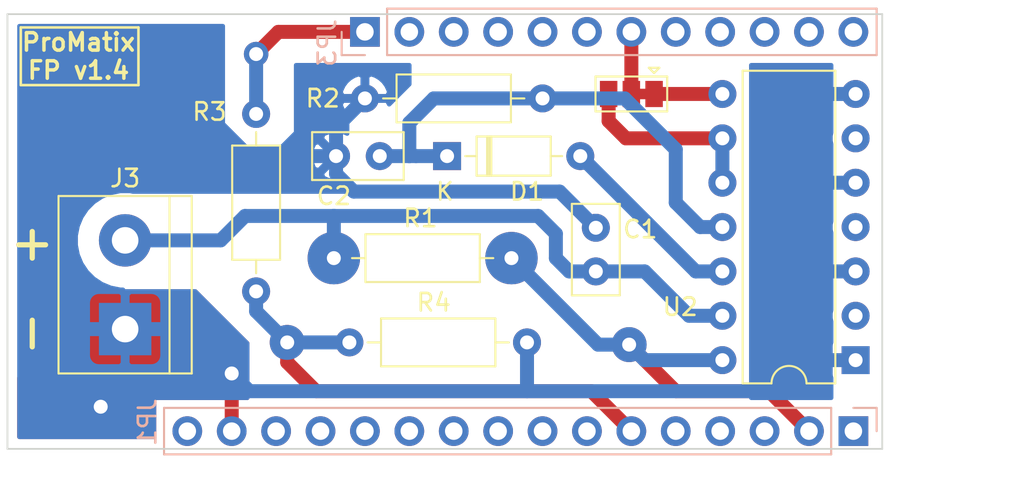
<source format=kicad_pcb>
(kicad_pcb (version 20171130) (host pcbnew "(5.1.5)-3")

  (general
    (thickness 1.6)
    (drawings 16)
    (tracks 83)
    (zones 0)
    (modules 12)
    (nets 11)
  )

  (page A4 portrait)
  (title_block
    (title "Filtro de pulsos")
    (date 2020-09-24)
    (rev 1.1)
    (company Promatix)
  )

  (layers
    (0 F.Cu signal)
    (31 B.Cu signal)
    (32 B.Adhes user hide)
    (33 F.Adhes user hide)
    (34 B.Paste user hide)
    (35 F.Paste user hide)
    (36 B.SilkS user hide)
    (37 F.SilkS user)
    (38 B.Mask user hide)
    (39 F.Mask user hide)
    (40 Dwgs.User user)
    (41 Cmts.User user)
    (42 Eco1.User user)
    (43 Eco2.User user)
    (44 Edge.Cuts user)
    (45 Margin user hide)
    (46 B.CrtYd user)
    (47 F.CrtYd user)
    (48 B.Fab user)
    (49 F.Fab user)
  )

  (setup
    (last_trace_width 0.8)
    (user_trace_width 0.5)
    (user_trace_width 0.8)
    (trace_clearance 0.4)
    (zone_clearance 0.508)
    (zone_45_only no)
    (trace_min 0.2)
    (via_size 1.4)
    (via_drill 0.8)
    (via_min_size 0.4)
    (via_min_drill 0.3)
    (uvia_size 0.3)
    (uvia_drill 0.1)
    (uvias_allowed no)
    (uvia_min_size 0.2)
    (uvia_min_drill 0.1)
    (edge_width 0.15)
    (segment_width 0.2)
    (pcb_text_width 0.3)
    (pcb_text_size 1.5 1.5)
    (mod_edge_width 0.15)
    (mod_text_size 1 1)
    (mod_text_width 0.15)
    (pad_size 1.7 1.7)
    (pad_drill 1)
    (pad_to_mask_clearance 0.051)
    (solder_mask_min_width 0.25)
    (aux_axis_origin 0 0)
    (visible_elements 7FFDFFFF)
    (pcbplotparams
      (layerselection 0x010fc_ffffffff)
      (usegerberextensions false)
      (usegerberattributes false)
      (usegerberadvancedattributes false)
      (creategerberjobfile false)
      (excludeedgelayer true)
      (linewidth 0.100000)
      (plotframeref false)
      (viasonmask false)
      (mode 1)
      (useauxorigin false)
      (hpglpennumber 1)
      (hpglpenspeed 20)
      (hpglpendiameter 15.000000)
      (psnegative false)
      (psa4output false)
      (plotreference true)
      (plotvalue true)
      (plotinvisibletext false)
      (padsonsilk false)
      (subtractmaskfromsilk false)
      (outputformat 4)
      (mirror false)
      (drillshape 0)
      (scaleselection 1)
      (outputdirectory "gerbers/"))
  )

  (net 0 "")
  (net 1 GND)
  (net 2 "Net-(D1-Pad2)")
  (net 3 "Net-(P1-Pad1)")
  (net 4 "Net-(P1-Pad3)")
  (net 5 /+3.3V)
  (net 6 /SPI_MISO)
  (net 7 /VBAT)
  (net 8 /SPI_MOSI)
  (net 9 /Pulse)
  (net 10 "Net-(C2-Pad1)")

  (net_class Default "This is the default net class."
    (clearance 0.4)
    (trace_width 0.8)
    (via_dia 1.4)
    (via_drill 0.8)
    (uvia_dia 0.3)
    (uvia_drill 0.1)
    (add_net /+3.3V)
    (add_net /Pulse)
    (add_net /SPI_MISO)
    (add_net /SPI_MOSI)
    (add_net /VBAT)
    (add_net GND)
    (add_net "Net-(C2-Pad1)")
    (add_net "Net-(D1-Pad2)")
    (add_net "Net-(P1-Pad1)")
    (add_net "Net-(P1-Pad3)")
  )

  (net_class fina ""
    (clearance 0.4)
    (trace_width 0.7)
    (via_dia 1.4)
    (via_drill 0.8)
    (uvia_dia 0.3)
    (uvia_drill 0.1)
  )

  (module Connector_PinSocket_2.54mm:PinSocket_1x16_P2.54mm_Vertical locked (layer B.Cu) (tedit 5FA20C43) (tstamp 5F6D739C)
    (at 122.428 145.542 90)
    (descr "Through hole straight socket strip, 1x16, 2.54mm pitch, single row (from Kicad 4.0.7), script generated")
    (tags "Through hole socket strip THT 1x16 2.54mm single row")
    (path /5D375CC4)
    (fp_text reference JP1 (at 0.508 -40.386 270) (layer B.SilkS)
      (effects (font (size 1 1) (thickness 0.15)) (justify mirror))
    )
    (fp_text value "Feather long" (at 0 -40.87 -90) (layer B.Fab)
      (effects (font (size 1 1) (thickness 0.15)) (justify mirror))
    )
    (fp_line (start -1.27 1.27) (end 0.635 1.27) (layer B.Fab) (width 0.1))
    (fp_line (start 0.635 1.27) (end 1.27 0.635) (layer B.Fab) (width 0.1))
    (fp_line (start 1.27 0.635) (end 1.27 -39.37) (layer B.Fab) (width 0.1))
    (fp_line (start 1.27 -39.37) (end -1.27 -39.37) (layer B.Fab) (width 0.1))
    (fp_line (start -1.27 -39.37) (end -1.27 1.27) (layer B.Fab) (width 0.1))
    (fp_line (start -1.33 -1.27) (end 1.33 -1.27) (layer B.SilkS) (width 0.12))
    (fp_line (start -1.33 -1.27) (end -1.33 -39.43) (layer B.SilkS) (width 0.12))
    (fp_line (start -1.33 -39.43) (end 1.33 -39.43) (layer B.SilkS) (width 0.12))
    (fp_line (start 1.33 -1.27) (end 1.33 -39.43) (layer B.SilkS) (width 0.12))
    (fp_line (start 1.33 1.33) (end 1.33 0) (layer B.SilkS) (width 0.12))
    (fp_line (start 0 1.33) (end 1.33 1.33) (layer B.SilkS) (width 0.12))
    (fp_line (start -1.8 1.8) (end 1.75 1.8) (layer B.CrtYd) (width 0.05))
    (fp_line (start 1.75 1.8) (end 1.75 -39.9) (layer B.CrtYd) (width 0.05))
    (fp_line (start 1.75 -39.9) (end -1.8 -39.9) (layer B.CrtYd) (width 0.05))
    (fp_line (start -1.8 -39.9) (end -1.8 1.8) (layer B.CrtYd) (width 0.05))
    (fp_text user %R (at 0 -19.05 180) (layer B.Fab)
      (effects (font (size 1 1) (thickness 0.15)) (justify mirror))
    )
    (pad 1 thru_hole rect (at 0 0 90) (size 1.7 1.7) (drill 1) (layers *.Mask F.Cu))
    (pad 2 thru_hole oval (at 0 -2.54 90) (size 1.7 1.7) (drill 1) (layers *.Mask F.Cu)
      (net 5 /+3.3V))
    (pad 3 thru_hole oval (at 0 -5.08 90) (size 1.7 1.7) (drill 1) (layers *.Mask F.Cu))
    (pad 4 thru_hole oval (at 0 -7.62 90) (size 1.7 1.7) (drill 1) (layers *.Mask F.Cu))
    (pad 5 thru_hole oval (at 0 -10.16 90) (size 1.7 1.7) (drill 1) (layers *.Mask F.Cu))
    (pad 6 thru_hole oval (at 0 -12.7 90) (size 1.7 1.7) (drill 1) (layers *.Mask F.Cu)
      (net 6 /SPI_MISO))
    (pad 7 thru_hole oval (at 0 -15.24 90) (size 1.7 1.7) (drill 1) (layers *.Mask F.Cu))
    (pad 8 thru_hole oval (at 0 -17.78 90) (size 1.7 1.7) (drill 1) (layers *.Mask F.Cu))
    (pad 9 thru_hole oval (at 0 -20.32 90) (size 1.7 1.7) (drill 1) (layers *.Mask F.Cu))
    (pad 10 thru_hole oval (at 0 -22.86 90) (size 1.7 1.7) (drill 1) (layers *.Mask F.Cu))
    (pad 11 thru_hole oval (at 0 -25.4 90) (size 1.7 1.7) (drill 1) (layers *.Mask F.Cu))
    (pad 12 thru_hole oval (at 0 -27.94 90) (size 1.7 1.7) (drill 1) (layers *.Mask F.Cu))
    (pad 13 thru_hole oval (at 0 -30.48 90) (size 1.7 1.7) (drill 1) (layers *.Mask F.Cu))
    (pad 14 thru_hole oval (at 0 -33.02 90) (size 1.7 1.7) (drill 1) (layers *.Mask F.Cu))
    (pad 15 thru_hole oval (at 0 -35.56 90) (size 1.7 1.7) (drill 1) (layers *.Mask F.Cu)
      (net 1 GND))
    (pad 16 thru_hole oval (at 0 -38.1 90) (size 1.7 1.7) (drill 1) (layers *.Mask F.Cu))
    (model ${KISYS3DMOD}/Connector_PinSocket_2.54mm.3dshapes/PinSocket_1x16_P2.54mm_Vertical.wrl
      (at (xyz 0 0 0))
      (scale (xyz 1 1 1))
      (rotate (xyz 0 0 0))
    )
  )

  (module Connector_PinSocket_2.54mm:PinSocket_1x12_P2.54mm_Vertical locked (layer B.Cu) (tedit 5FA20BE4) (tstamp 5F6D745F)
    (at 94.488 122.682 270)
    (descr "Through hole straight socket strip, 1x12, 2.54mm pitch, single row (from Kicad 4.0.7), script generated")
    (tags "Through hole socket strip THT 1x12 2.54mm single row")
    (path /5D375C76)
    (fp_text reference JP3 (at 0.635 2.159 270) (layer B.SilkS)
      (effects (font (size 1 1) (thickness 0.15)) (justify mirror))
    )
    (fp_text value "Feather short" (at 0 -30.71 270) (layer B.Fab)
      (effects (font (size 1 1) (thickness 0.15)) (justify mirror))
    )
    (fp_line (start -1.27 1.27) (end 0.635 1.27) (layer B.Fab) (width 0.1))
    (fp_line (start 0.635 1.27) (end 1.27 0.635) (layer B.Fab) (width 0.1))
    (fp_line (start 1.27 0.635) (end 1.27 -29.21) (layer B.Fab) (width 0.1))
    (fp_line (start 1.27 -29.21) (end -1.27 -29.21) (layer B.Fab) (width 0.1))
    (fp_line (start -1.27 -29.21) (end -1.27 1.27) (layer B.Fab) (width 0.1))
    (fp_line (start -1.33 -1.27) (end 1.33 -1.27) (layer B.SilkS) (width 0.12))
    (fp_line (start -1.33 -1.27) (end -1.33 -29.27) (layer B.SilkS) (width 0.12))
    (fp_line (start -1.33 -29.27) (end 1.33 -29.27) (layer B.SilkS) (width 0.12))
    (fp_line (start 1.33 -1.27) (end 1.33 -29.27) (layer B.SilkS) (width 0.12))
    (fp_line (start 1.33 1.33) (end 1.33 0) (layer B.SilkS) (width 0.12))
    (fp_line (start 0 1.33) (end 1.33 1.33) (layer B.SilkS) (width 0.12))
    (fp_line (start -1.8 1.8) (end 1.75 1.8) (layer B.CrtYd) (width 0.05))
    (fp_line (start 1.75 1.8) (end 1.75 -29.7) (layer B.CrtYd) (width 0.05))
    (fp_line (start 1.75 -29.7) (end -1.8 -29.7) (layer B.CrtYd) (width 0.05))
    (fp_line (start -1.8 -29.7) (end -1.8 1.8) (layer B.CrtYd) (width 0.05))
    (fp_text user %R (at 0 -13.97) (layer B.Fab)
      (effects (font (size 1 1) (thickness 0.15)) (justify mirror))
    )
    (pad 1 thru_hole rect (at 0 0 270) (size 1.7 1.7) (drill 1) (layers *.Mask F.Cu)
      (net 7 /VBAT))
    (pad 2 thru_hole oval (at 0 -2.54 270) (size 1.7 1.7) (drill 1) (layers *.Mask F.Cu))
    (pad 3 thru_hole oval (at 0 -5.08 270) (size 1.7 1.7) (drill 1) (layers *.Mask F.Cu))
    (pad 4 thru_hole oval (at 0 -7.62 270) (size 1.7 1.7) (drill 1) (layers *.Mask F.Cu))
    (pad 5 thru_hole oval (at 0 -10.16 270) (size 1.7 1.7) (drill 1) (layers *.Mask F.Cu))
    (pad 6 thru_hole oval (at 0 -12.7 270) (size 1.7 1.7) (drill 1) (layers *.Mask F.Cu))
    (pad 7 thru_hole oval (at 0 -15.24 270) (size 1.7 1.7) (drill 1) (layers *.Mask F.Cu)
      (net 8 /SPI_MOSI))
    (pad 8 thru_hole oval (at 0 -17.78 270) (size 1.7 1.7) (drill 1) (layers *.Mask F.Cu))
    (pad 9 thru_hole oval (at 0 -20.32 270) (size 1.7 1.7) (drill 1) (layers *.Mask F.Cu))
    (pad 10 thru_hole oval (at 0 -22.86 270) (size 1.7 1.7) (drill 1) (layers *.Mask F.Cu))
    (pad 11 thru_hole oval (at 0 -25.4 270) (size 1.7 1.7) (drill 1) (layers *.Mask F.Cu))
    (pad 12 thru_hole oval (at 0 -27.94 270) (size 1.7 1.7) (drill 1) (layers *.Mask F.Cu))
    (model ${KISYS3DMOD}/Connector_PinSocket_2.54mm.3dshapes/PinSocket_1x12_P2.54mm_Vertical.wrl
      (at (xyz 0 0 0))
      (scale (xyz 1 1 1))
      (rotate (xyz 0 0 0))
    )
  )

  (module Package_DIP:DIP-14_W7.62mm (layer F.Cu) (tedit 5FA20B5F) (tstamp 5F94D1CE)
    (at 122.555 141.478 180)
    (descr "14-lead though-hole mounted DIP package, row spacing 7.62 mm (300 mils)")
    (tags "THT DIP DIL PDIP 2.54mm 7.62mm 300mil")
    (path /5F589967)
    (fp_text reference U2 (at 10.033 3.048 180) (layer F.SilkS)
      (effects (font (size 1 1) (thickness 0.15)))
    )
    (fp_text value 4069 (at 3.81 17.57 180) (layer F.Fab)
      (effects (font (size 1 1) (thickness 0.15)))
    )
    (fp_arc (start 3.81 -1.33) (end 2.81 -1.33) (angle -180) (layer F.SilkS) (width 0.12))
    (fp_line (start 1.635 -1.27) (end 6.985 -1.27) (layer F.Fab) (width 0.1))
    (fp_line (start 6.985 -1.27) (end 6.985 16.51) (layer F.Fab) (width 0.1))
    (fp_line (start 6.985 16.51) (end 0.635 16.51) (layer F.Fab) (width 0.1))
    (fp_line (start 0.635 16.51) (end 0.635 -0.27) (layer F.Fab) (width 0.1))
    (fp_line (start 0.635 -0.27) (end 1.635 -1.27) (layer F.Fab) (width 0.1))
    (fp_line (start 2.81 -1.33) (end 1.16 -1.33) (layer F.SilkS) (width 0.12))
    (fp_line (start 1.16 -1.33) (end 1.16 16.57) (layer F.SilkS) (width 0.12))
    (fp_line (start 1.16 16.57) (end 6.46 16.57) (layer F.SilkS) (width 0.12))
    (fp_line (start 6.46 16.57) (end 6.46 -1.33) (layer F.SilkS) (width 0.12))
    (fp_line (start 6.46 -1.33) (end 4.81 -1.33) (layer F.SilkS) (width 0.12))
    (fp_line (start -1.1 -1.55) (end -1.1 16.8) (layer F.CrtYd) (width 0.05))
    (fp_line (start -1.1 16.8) (end 8.7 16.8) (layer F.CrtYd) (width 0.05))
    (fp_line (start 8.7 16.8) (end 8.7 -1.55) (layer F.CrtYd) (width 0.05))
    (fp_line (start 8.7 -1.55) (end -1.1 -1.55) (layer F.CrtYd) (width 0.05))
    (fp_text user %R (at 3.81 7.62 180) (layer F.Fab)
      (effects (font (size 1 1) (thickness 0.15)))
    )
    (pad 1 thru_hole rect (at 0 0 180) (size 1.6 1.6) (drill 0.8) (layers *.Mask B.Cu)
      (net 1 GND))
    (pad 8 thru_hole oval (at 7.62 15.24 180) (size 1.6 1.6) (drill 0.8) (layers *.Cu *.Mask)
      (net 3 "Net-(P1-Pad1)"))
    (pad 2 thru_hole oval (at 0 2.54 180) (size 1.6 1.6) (drill 0.8) (layers *.Mask B.Cu))
    (pad 9 thru_hole oval (at 7.62 12.7 180) (size 1.6 1.6) (drill 0.8) (layers *.Cu *.Mask)
      (net 4 "Net-(P1-Pad3)"))
    (pad 3 thru_hole oval (at 0 5.08 180) (size 1.6 1.6) (drill 0.8) (layers *.Mask B.Cu)
      (net 1 GND))
    (pad 10 thru_hole oval (at 7.62 10.16 180) (size 1.6 1.6) (drill 0.8) (layers *.Mask B.Cu)
      (net 4 "Net-(P1-Pad3)"))
    (pad 4 thru_hole oval (at 0 7.62 180) (size 1.6 1.6) (drill 0.8) (layers *.Mask B.Cu))
    (pad 11 thru_hole oval (at 7.62 7.62 180) (size 1.6 1.6) (drill 0.8) (layers *.Mask B.Cu)
      (net 10 "Net-(C2-Pad1)"))
    (pad 5 thru_hole oval (at 0 10.16 180) (size 1.6 1.6) (drill 0.8) (layers *.Mask B.Cu)
      (net 1 GND))
    (pad 12 thru_hole oval (at 7.62 5.08 180) (size 1.6 1.6) (drill 0.8) (layers *.Mask B.Cu)
      (net 2 "Net-(D1-Pad2)"))
    (pad 6 thru_hole oval (at 0 12.7 180) (size 1.6 1.6) (drill 0.8) (layers *.Mask B.Cu))
    (pad 13 thru_hole oval (at 7.62 2.54 180) (size 1.6 1.6) (drill 0.8) (layers *.Mask B.Cu)
      (net 9 /Pulse))
    (pad 7 thru_hole oval (at 0 15.24 180) (size 1.6 1.6) (drill 0.8) (layers *.Mask B.Cu)
      (net 1 GND))
    (pad 14 thru_hole oval (at 7.62 0 180) (size 1.6 1.6) (drill 0.8) (layers *.Mask B.Cu)
      (net 5 /+3.3V))
    (model ${KISYS3DMOD}/Package_DIP.3dshapes/DIP-14_W7.62mm.wrl
      (at (xyz 0 0 0))
      (scale (xyz 1 1 1))
      (rotate (xyz 0 0 0))
    )
  )

  (module Resistor_THT:R_Axial_DIN0207_L6.3mm_D2.5mm_P10.16mm_Horizontal (layer F.Cu) (tedit 5FA20AE6) (tstamp 5FA21642)
    (at 93.599 140.462)
    (descr "Resistor, Axial_DIN0207 series, Axial, Horizontal, pin pitch=10.16mm, 0.25W = 1/4W, length*diameter=6.3*2.5mm^2, http://cdn-reichelt.de/documents/datenblatt/B400/1_4W%23YAG.pdf")
    (tags "Resistor Axial_DIN0207 series Axial Horizontal pin pitch 10.16mm 0.25W = 1/4W length 6.3mm diameter 2.5mm")
    (path /5F9E34ED)
    (fp_text reference R4 (at 4.826 -2.286) (layer F.SilkS)
      (effects (font (size 1 1) (thickness 0.15)))
    )
    (fp_text value 100K (at 5.08 2.37) (layer F.Fab)
      (effects (font (size 1 1) (thickness 0.15)))
    )
    (fp_text user %R (at 5.08 0) (layer F.Fab)
      (effects (font (size 1 1) (thickness 0.15)))
    )
    (fp_line (start 11.21 -1.5) (end -1.05 -1.5) (layer F.CrtYd) (width 0.05))
    (fp_line (start 11.21 1.5) (end 11.21 -1.5) (layer F.CrtYd) (width 0.05))
    (fp_line (start -1.05 1.5) (end 11.21 1.5) (layer F.CrtYd) (width 0.05))
    (fp_line (start -1.05 -1.5) (end -1.05 1.5) (layer F.CrtYd) (width 0.05))
    (fp_line (start 9.12 0) (end 8.35 0) (layer F.SilkS) (width 0.12))
    (fp_line (start 1.04 0) (end 1.81 0) (layer F.SilkS) (width 0.12))
    (fp_line (start 8.35 -1.37) (end 1.81 -1.37) (layer F.SilkS) (width 0.12))
    (fp_line (start 8.35 1.37) (end 8.35 -1.37) (layer F.SilkS) (width 0.12))
    (fp_line (start 1.81 1.37) (end 8.35 1.37) (layer F.SilkS) (width 0.12))
    (fp_line (start 1.81 -1.37) (end 1.81 1.37) (layer F.SilkS) (width 0.12))
    (fp_line (start 10.16 0) (end 8.23 0) (layer F.Fab) (width 0.1))
    (fp_line (start 0 0) (end 1.93 0) (layer F.Fab) (width 0.1))
    (fp_line (start 8.23 -1.25) (end 1.93 -1.25) (layer F.Fab) (width 0.1))
    (fp_line (start 8.23 1.25) (end 8.23 -1.25) (layer F.Fab) (width 0.1))
    (fp_line (start 1.93 1.25) (end 8.23 1.25) (layer F.Fab) (width 0.1))
    (fp_line (start 1.93 -1.25) (end 1.93 1.25) (layer F.Fab) (width 0.1))
    (pad 2 thru_hole oval (at 10.16 0) (size 1.6 1.6) (drill 0.8) (layers *.Mask B.Cu)
      (net 1 GND))
    (pad 1 thru_hole circle (at 0 0) (size 1.6 1.6) (drill 0.8) (layers *.Mask B.Cu)
      (net 6 /SPI_MISO))
    (model ${KISYS3DMOD}/Resistor_THT.3dshapes/R_Axial_DIN0207_L6.3mm_D2.5mm_P10.16mm_Horizontal.wrl
      (at (xyz 0 0 0))
      (scale (xyz 1 1 1))
      (rotate (xyz 0 0 0))
    )
  )

  (module Resistor_THT:R_Axial_DIN0207_L6.3mm_D2.5mm_P10.16mm_Horizontal (layer F.Cu) (tedit 5FA20AD8) (tstamp 5FA22806)
    (at 102.87 135.636 180)
    (descr "Resistor, Axial_DIN0207 series, Axial, Horizontal, pin pitch=10.16mm, 0.25W = 1/4W, length*diameter=6.3*2.5mm^2, http://cdn-reichelt.de/documents/datenblatt/B400/1_4W%23YAG.pdf")
    (tags "Resistor Axial_DIN0207 series Axial Horizontal pin pitch 10.16mm 0.25W = 1/4W length 6.3mm diameter 2.5mm")
    (path /5F5899B8)
    (fp_text reference R1 (at 5.207 2.286) (layer F.SilkS)
      (effects (font (size 1 1) (thickness 0.15)))
    )
    (fp_text value 39K (at 5.08 2.37) (layer F.Fab)
      (effects (font (size 1 1) (thickness 0.15)))
    )
    (fp_text user %R (at 5.08 0) (layer F.Fab)
      (effects (font (size 1 1) (thickness 0.15)))
    )
    (fp_line (start 11.21 -1.5) (end -1.05 -1.5) (layer F.CrtYd) (width 0.05))
    (fp_line (start 11.21 1.5) (end 11.21 -1.5) (layer F.CrtYd) (width 0.05))
    (fp_line (start -1.05 1.5) (end 11.21 1.5) (layer F.CrtYd) (width 0.05))
    (fp_line (start -1.05 -1.5) (end -1.05 1.5) (layer F.CrtYd) (width 0.05))
    (fp_line (start 9.12 0) (end 8.35 0) (layer F.SilkS) (width 0.12))
    (fp_line (start 1.04 0) (end 1.81 0) (layer F.SilkS) (width 0.12))
    (fp_line (start 8.35 -1.37) (end 1.81 -1.37) (layer F.SilkS) (width 0.12))
    (fp_line (start 8.35 1.37) (end 8.35 -1.37) (layer F.SilkS) (width 0.12))
    (fp_line (start 1.81 1.37) (end 8.35 1.37) (layer F.SilkS) (width 0.12))
    (fp_line (start 1.81 -1.37) (end 1.81 1.37) (layer F.SilkS) (width 0.12))
    (fp_line (start 10.16 0) (end 8.23 0) (layer F.Fab) (width 0.1))
    (fp_line (start 0 0) (end 1.93 0) (layer F.Fab) (width 0.1))
    (fp_line (start 8.23 -1.25) (end 1.93 -1.25) (layer F.Fab) (width 0.1))
    (fp_line (start 8.23 1.25) (end 8.23 -1.25) (layer F.Fab) (width 0.1))
    (fp_line (start 1.93 1.25) (end 8.23 1.25) (layer F.Fab) (width 0.1))
    (fp_line (start 1.93 -1.25) (end 1.93 1.25) (layer F.Fab) (width 0.1))
    (pad 2 thru_hole circle (at 10.16 0 180) (size 3 3) (drill 0.8) (layers *.Mask B.Cu)
      (net 9 /Pulse))
    (pad 1 thru_hole circle (at 0 0 180) (size 3 3) (drill 0.8) (layers *.Mask B.Cu)
      (net 5 /+3.3V))
    (model ${KISYS3DMOD}/Resistor_THT.3dshapes/R_Axial_DIN0207_L6.3mm_D2.5mm_P10.16mm_Horizontal.wrl
      (at (xyz 0 0 0))
      (scale (xyz 1 1 1))
      (rotate (xyz 0 0 0))
    )
  )

  (module Capacitor_THT:C_Disc_D5.0mm_W2.5mm_P2.50mm (layer F.Cu) (tedit 5FA20ACA) (tstamp 5FA22A3D)
    (at 107.696 136.398 90)
    (descr "C, Disc series, Radial, pin pitch=2.50mm, , diameter*width=5*2.5mm^2, Capacitor, http://cdn-reichelt.de/documents/datenblatt/B300/DS_KERKO_TC.pdf")
    (tags "C Disc series Radial pin pitch 2.50mm  diameter 5mm width 2.5mm Capacitor")
    (path /5FA241A0)
    (fp_text reference C1 (at 2.413 2.54) (layer F.SilkS)
      (effects (font (size 1 1) (thickness 0.15)))
    )
    (fp_text value 0.1uF (at 1.25 2.5 90) (layer F.Fab)
      (effects (font (size 1 1) (thickness 0.15)))
    )
    (fp_line (start -1.25 -1.25) (end -1.25 1.25) (layer F.Fab) (width 0.1))
    (fp_line (start -1.25 1.25) (end 3.75 1.25) (layer F.Fab) (width 0.1))
    (fp_line (start 3.75 1.25) (end 3.75 -1.25) (layer F.Fab) (width 0.1))
    (fp_line (start 3.75 -1.25) (end -1.25 -1.25) (layer F.Fab) (width 0.1))
    (fp_line (start -1.37 -1.37) (end 3.87 -1.37) (layer F.SilkS) (width 0.12))
    (fp_line (start -1.37 1.37) (end 3.87 1.37) (layer F.SilkS) (width 0.12))
    (fp_line (start -1.37 -1.37) (end -1.37 1.37) (layer F.SilkS) (width 0.12))
    (fp_line (start 3.87 -1.37) (end 3.87 1.37) (layer F.SilkS) (width 0.12))
    (fp_line (start -1.5 -1.5) (end -1.5 1.5) (layer F.CrtYd) (width 0.05))
    (fp_line (start -1.5 1.5) (end 4 1.5) (layer F.CrtYd) (width 0.05))
    (fp_line (start 4 1.5) (end 4 -1.5) (layer F.CrtYd) (width 0.05))
    (fp_line (start 4 -1.5) (end -1.5 -1.5) (layer F.CrtYd) (width 0.05))
    (fp_text user %R (at 1.25 0 90) (layer F.Fab)
      (effects (font (size 1 1) (thickness 0.15)))
    )
    (pad 1 thru_hole circle (at 0 0 90) (size 1.6 1.6) (drill 0.8) (layers *.Mask B.Cu)
      (net 9 /Pulse))
    (pad 2 thru_hole circle (at 2.5 0 90) (size 1.6 1.6) (drill 0.8) (layers *.Mask B.Cu)
      (net 1 GND))
    (model ${KISYS3DMOD}/Capacitor_THT.3dshapes/C_Disc_D5.0mm_W2.5mm_P2.50mm.wrl
      (at (xyz 0 0 0))
      (scale (xyz 1 1 1))
      (rotate (xyz 0 0 0))
    )
  )

  (module Diode_THT:D_DO-35_SOD27_P7.62mm_Horizontal (layer F.Cu) (tedit 5FA20AB9) (tstamp 5FA207F7)
    (at 99.187 129.794)
    (descr "Diode, DO-35_SOD27 series, Axial, Horizontal, pin pitch=7.62mm, , length*diameter=4*2mm^2, , http://www.diodes.com/_files/packages/DO-35.pdf")
    (tags "Diode DO-35_SOD27 series Axial Horizontal pin pitch 7.62mm  length 4mm diameter 2mm")
    (path /5F58996D)
    (fp_text reference D1 (at 4.572 2.032) (layer F.SilkS)
      (effects (font (size 1 1) (thickness 0.15)))
    )
    (fp_text value 1N4148 (at 3.81 2.12) (layer F.Fab)
      (effects (font (size 1 1) (thickness 0.15)))
    )
    (fp_line (start 1.81 -1) (end 1.81 1) (layer F.Fab) (width 0.1))
    (fp_line (start 1.81 1) (end 5.81 1) (layer F.Fab) (width 0.1))
    (fp_line (start 5.81 1) (end 5.81 -1) (layer F.Fab) (width 0.1))
    (fp_line (start 5.81 -1) (end 1.81 -1) (layer F.Fab) (width 0.1))
    (fp_line (start 0 0) (end 1.81 0) (layer F.Fab) (width 0.1))
    (fp_line (start 7.62 0) (end 5.81 0) (layer F.Fab) (width 0.1))
    (fp_line (start 2.41 -1) (end 2.41 1) (layer F.Fab) (width 0.1))
    (fp_line (start 2.51 -1) (end 2.51 1) (layer F.Fab) (width 0.1))
    (fp_line (start 2.31 -1) (end 2.31 1) (layer F.Fab) (width 0.1))
    (fp_line (start 1.69 -1.12) (end 1.69 1.12) (layer F.SilkS) (width 0.12))
    (fp_line (start 1.69 1.12) (end 5.93 1.12) (layer F.SilkS) (width 0.12))
    (fp_line (start 5.93 1.12) (end 5.93 -1.12) (layer F.SilkS) (width 0.12))
    (fp_line (start 5.93 -1.12) (end 1.69 -1.12) (layer F.SilkS) (width 0.12))
    (fp_line (start 1.04 0) (end 1.69 0) (layer F.SilkS) (width 0.12))
    (fp_line (start 6.58 0) (end 5.93 0) (layer F.SilkS) (width 0.12))
    (fp_line (start 2.41 -1.12) (end 2.41 1.12) (layer F.SilkS) (width 0.12))
    (fp_line (start 2.53 -1.12) (end 2.53 1.12) (layer F.SilkS) (width 0.12))
    (fp_line (start 2.29 -1.12) (end 2.29 1.12) (layer F.SilkS) (width 0.12))
    (fp_line (start -1.05 -1.25) (end -1.05 1.25) (layer F.CrtYd) (width 0.05))
    (fp_line (start -1.05 1.25) (end 8.67 1.25) (layer F.CrtYd) (width 0.05))
    (fp_line (start 8.67 1.25) (end 8.67 -1.25) (layer F.CrtYd) (width 0.05))
    (fp_line (start 8.67 -1.25) (end -1.05 -1.25) (layer F.CrtYd) (width 0.05))
    (fp_text user %R (at 4.11 0) (layer F.Fab)
      (effects (font (size 0.8 0.8) (thickness 0.12)))
    )
    (fp_text user K (at -0.127 2.032) (layer F.Fab)
      (effects (font (size 1 1) (thickness 0.15)))
    )
    (fp_text user K (at -0.127 2.032) (layer F.SilkS)
      (effects (font (size 1 1) (thickness 0.15)))
    )
    (pad 1 thru_hole rect (at 0 0) (size 1.6 1.6) (drill 0.8) (layers *.Mask B.Cu)
      (net 10 "Net-(C2-Pad1)"))
    (pad 2 thru_hole oval (at 7.62 0) (size 1.6 1.6) (drill 0.8) (layers *.Mask B.Cu)
      (net 2 "Net-(D1-Pad2)"))
    (model ${KISYS3DMOD}/Diode_THT.3dshapes/D_DO-35_SOD27_P7.62mm_Horizontal.wrl
      (at (xyz 0 0 0))
      (scale (xyz 1 1 1))
      (rotate (xyz 0 0 0))
    )
  )

  (module Capacitor_THT:C_Disc_D5.0mm_W2.5mm_P2.50mm (layer F.Cu) (tedit 5FA20AAA) (tstamp 5FA21776)
    (at 95.337 129.794 180)
    (descr "C, Disc series, Radial, pin pitch=2.50mm, , diameter*width=5*2.5mm^2, Capacitor, http://cdn-reichelt.de/documents/datenblatt/B300/DS_KERKO_TC.pdf")
    (tags "C Disc series Radial pin pitch 2.50mm  diameter 5mm width 2.5mm Capacitor")
    (path /5F589979)
    (fp_text reference C2 (at 2.627 -2.286 180) (layer F.SilkS)
      (effects (font (size 1 1) (thickness 0.15)))
    )
    (fp_text value 0.01uF (at 1.25 2.5 180) (layer F.Fab)
      (effects (font (size 1 1) (thickness 0.15)))
    )
    (fp_line (start -1.25 -1.25) (end -1.25 1.25) (layer F.Fab) (width 0.1))
    (fp_line (start -1.25 1.25) (end 3.75 1.25) (layer F.Fab) (width 0.1))
    (fp_line (start 3.75 1.25) (end 3.75 -1.25) (layer F.Fab) (width 0.1))
    (fp_line (start 3.75 -1.25) (end -1.25 -1.25) (layer F.Fab) (width 0.1))
    (fp_line (start -1.37 -1.37) (end 3.87 -1.37) (layer F.SilkS) (width 0.12))
    (fp_line (start -1.37 1.37) (end 3.87 1.37) (layer F.SilkS) (width 0.12))
    (fp_line (start -1.37 -1.37) (end -1.37 1.37) (layer F.SilkS) (width 0.12))
    (fp_line (start 3.87 -1.37) (end 3.87 1.37) (layer F.SilkS) (width 0.12))
    (fp_line (start -1.5 -1.5) (end -1.5 1.5) (layer F.CrtYd) (width 0.05))
    (fp_line (start -1.5 1.5) (end 4 1.5) (layer F.CrtYd) (width 0.05))
    (fp_line (start 4 1.5) (end 4 -1.5) (layer F.CrtYd) (width 0.05))
    (fp_line (start 4 -1.5) (end -1.5 -1.5) (layer F.CrtYd) (width 0.05))
    (fp_text user %R (at 1.25 0 180) (layer F.Fab)
      (effects (font (size 1 1) (thickness 0.15)))
    )
    (pad 1 thru_hole circle (at 0 0 180) (size 1.6 1.6) (drill 0.8) (layers *.Mask B.Cu)
      (net 10 "Net-(C2-Pad1)"))
    (pad 2 thru_hole circle (at 2.5 0 180) (size 1.6 1.6) (drill 0.8) (layers *.Mask B.Cu)
      (net 1 GND))
    (model ${KISYS3DMOD}/Capacitor_THT.3dshapes/C_Disc_D5.0mm_W2.5mm_P2.50mm.wrl
      (at (xyz 0 0 0))
      (scale (xyz 1 1 1))
      (rotate (xyz 0 0 0))
    )
  )

  (module Resistor_THT:R_Axial_DIN0207_L6.3mm_D2.5mm_P10.16mm_Horizontal (layer F.Cu) (tedit 5FA20A98) (tstamp 5FA20497)
    (at 104.648 126.492 180)
    (descr "Resistor, Axial_DIN0207 series, Axial, Horizontal, pin pitch=10.16mm, 0.25W = 1/4W, length*diameter=6.3*2.5mm^2, http://cdn-reichelt.de/documents/datenblatt/B400/1_4W%23YAG.pdf")
    (tags "Resistor Axial_DIN0207 series Axial Horizontal pin pitch 10.16mm 0.25W = 1/4W length 6.3mm diameter 2.5mm")
    (path /5F589973)
    (fp_text reference R2 (at 12.573 0 180) (layer F.SilkS)
      (effects (font (size 1 1) (thickness 0.15)))
    )
    (fp_text value 220Kohm (at 5.08 2.37 180) (layer F.Fab)
      (effects (font (size 1 1) (thickness 0.15)))
    )
    (fp_line (start 1.93 -1.25) (end 1.93 1.25) (layer F.Fab) (width 0.1))
    (fp_line (start 1.93 1.25) (end 8.23 1.25) (layer F.Fab) (width 0.1))
    (fp_line (start 8.23 1.25) (end 8.23 -1.25) (layer F.Fab) (width 0.1))
    (fp_line (start 8.23 -1.25) (end 1.93 -1.25) (layer F.Fab) (width 0.1))
    (fp_line (start 0 0) (end 1.93 0) (layer F.Fab) (width 0.1))
    (fp_line (start 10.16 0) (end 8.23 0) (layer F.Fab) (width 0.1))
    (fp_line (start 1.81 -1.37) (end 1.81 1.37) (layer F.SilkS) (width 0.12))
    (fp_line (start 1.81 1.37) (end 8.35 1.37) (layer F.SilkS) (width 0.12))
    (fp_line (start 8.35 1.37) (end 8.35 -1.37) (layer F.SilkS) (width 0.12))
    (fp_line (start 8.35 -1.37) (end 1.81 -1.37) (layer F.SilkS) (width 0.12))
    (fp_line (start 1.04 0) (end 1.81 0) (layer F.SilkS) (width 0.12))
    (fp_line (start 9.12 0) (end 8.35 0) (layer F.SilkS) (width 0.12))
    (fp_line (start -1.05 -1.5) (end -1.05 1.5) (layer F.CrtYd) (width 0.05))
    (fp_line (start -1.05 1.5) (end 11.21 1.5) (layer F.CrtYd) (width 0.05))
    (fp_line (start 11.21 1.5) (end 11.21 -1.5) (layer F.CrtYd) (width 0.05))
    (fp_line (start 11.21 -1.5) (end -1.05 -1.5) (layer F.CrtYd) (width 0.05))
    (fp_text user %R (at 5.08 0 180) (layer F.Fab)
      (effects (font (size 1 1) (thickness 0.15)))
    )
    (pad 1 thru_hole circle (at 0 0 180) (size 1.6 1.6) (drill 0.8) (layers *.Mask B.Cu)
      (net 10 "Net-(C2-Pad1)"))
    (pad 2 thru_hole oval (at 10.16 0 180) (size 1.6 1.6) (drill 0.8) (layers *.Mask B.Cu)
      (net 1 GND))
    (model ${KISYS3DMOD}/Resistor_THT.3dshapes/R_Axial_DIN0207_L6.3mm_D2.5mm_P10.16mm_Horizontal.wrl
      (at (xyz 0 0 0))
      (scale (xyz 1 1 1))
      (rotate (xyz 0 0 0))
    )
  )

  (module Resistor_THT:R_Axial_DIN0207_L6.3mm_D2.5mm_P10.16mm_Horizontal (layer F.Cu) (tedit 5FA20A81) (tstamp 5FA21684)
    (at 88.265 127.381 270)
    (descr "Resistor, Axial_DIN0207 series, Axial, Horizontal, pin pitch=10.16mm, 0.25W = 1/4W, length*diameter=6.3*2.5mm^2, http://cdn-reichelt.de/documents/datenblatt/B400/1_4W%23YAG.pdf")
    (tags "Resistor Axial_DIN0207 series Axial Horizontal pin pitch 10.16mm 0.25W = 1/4W length 6.3mm diameter 2.5mm")
    (path /5F9D6B32)
    (fp_text reference R3 (at -0.127 2.667 180) (layer F.SilkS)
      (effects (font (size 1 1) (thickness 0.15)))
    )
    (fp_text value 330K (at 5.08 2.37 270) (layer F.Fab)
      (effects (font (size 1 1) (thickness 0.15)))
    )
    (fp_line (start 1.93 -1.25) (end 1.93 1.25) (layer F.Fab) (width 0.1))
    (fp_line (start 1.93 1.25) (end 8.23 1.25) (layer F.Fab) (width 0.1))
    (fp_line (start 8.23 1.25) (end 8.23 -1.25) (layer F.Fab) (width 0.1))
    (fp_line (start 8.23 -1.25) (end 1.93 -1.25) (layer F.Fab) (width 0.1))
    (fp_line (start 0 0) (end 1.93 0) (layer F.Fab) (width 0.1))
    (fp_line (start 10.16 0) (end 8.23 0) (layer F.Fab) (width 0.1))
    (fp_line (start 1.81 -1.37) (end 1.81 1.37) (layer F.SilkS) (width 0.12))
    (fp_line (start 1.81 1.37) (end 8.35 1.37) (layer F.SilkS) (width 0.12))
    (fp_line (start 8.35 1.37) (end 8.35 -1.37) (layer F.SilkS) (width 0.12))
    (fp_line (start 8.35 -1.37) (end 1.81 -1.37) (layer F.SilkS) (width 0.12))
    (fp_line (start 1.04 0) (end 1.81 0) (layer F.SilkS) (width 0.12))
    (fp_line (start 9.12 0) (end 8.35 0) (layer F.SilkS) (width 0.12))
    (fp_line (start -1.05 -1.5) (end -1.05 1.5) (layer F.CrtYd) (width 0.05))
    (fp_line (start -1.05 1.5) (end 11.21 1.5) (layer F.CrtYd) (width 0.05))
    (fp_line (start 11.21 1.5) (end 11.21 -1.5) (layer F.CrtYd) (width 0.05))
    (fp_line (start 11.21 -1.5) (end -1.05 -1.5) (layer F.CrtYd) (width 0.05))
    (fp_text user %R (at 5.08 0 270) (layer F.Fab)
      (effects (font (size 1 1) (thickness 0.15)))
    )
    (pad 1 thru_hole circle (at 0 0 270) (size 1.6 1.6) (drill 0.8) (layers *.Mask B.Cu)
      (net 7 /VBAT))
    (pad 2 thru_hole oval (at 10.16 0 270) (size 1.6 1.6) (drill 0.8) (layers *.Mask B.Cu)
      (net 6 /SPI_MISO))
    (model ${KISYS3DMOD}/Resistor_THT.3dshapes/R_Axial_DIN0207_L6.3mm_D2.5mm_P10.16mm_Horizontal.wrl
      (at (xyz 0 0 0))
      (scale (xyz 1 1 1))
      (rotate (xyz 0 0 0))
    )
  )

  (module TerminalBlock:TerminalBlock_bornier-2_P5.08mm (layer F.Cu) (tedit 5FA20A49) (tstamp 5FA20081)
    (at 80.772 139.7 90)
    (descr "simple 2-pin terminal block, pitch 5.08mm, revamped version of bornier2")
    (tags "terminal block bornier2")
    (path /5F58999E)
    (clearance 1.2)
    (fp_text reference J3 (at 8.636 0 unlocked) (layer F.SilkS)
      (effects (font (size 1 1) (thickness 0.15)))
    )
    (fp_text value Conn_01x02_Male (at 2.54 5.08 90) (layer F.Fab)
      (effects (font (size 1 1) (thickness 0.15)))
    )
    (fp_text user %R (at 2.54 0 90) (layer F.Fab)
      (effects (font (size 1 1) (thickness 0.15)))
    )
    (fp_line (start -2.41 2.55) (end 7.49 2.55) (layer F.Fab) (width 0.1))
    (fp_line (start -2.46 -3.75) (end -2.46 3.75) (layer F.Fab) (width 0.1))
    (fp_line (start -2.46 3.75) (end 7.54 3.75) (layer F.Fab) (width 0.1))
    (fp_line (start 7.54 3.75) (end 7.54 -3.75) (layer F.Fab) (width 0.1))
    (fp_line (start 7.54 -3.75) (end -2.46 -3.75) (layer F.Fab) (width 0.1))
    (fp_line (start 7.62 2.54) (end -2.54 2.54) (layer F.SilkS) (width 0.12))
    (fp_line (start 7.62 3.81) (end 7.62 -3.81) (layer F.SilkS) (width 0.12))
    (fp_line (start 7.62 -3.81) (end -2.54 -3.81) (layer F.SilkS) (width 0.12))
    (fp_line (start -2.54 -3.81) (end -2.54 3.81) (layer F.SilkS) (width 0.12))
    (fp_line (start -2.54 3.81) (end 7.62 3.81) (layer F.SilkS) (width 0.12))
    (fp_line (start -2.71 -4) (end 7.79 -4) (layer F.CrtYd) (width 0.05))
    (fp_line (start -2.71 -4) (end -2.71 4) (layer F.CrtYd) (width 0.05))
    (fp_line (start 7.79 4) (end 7.79 -4) (layer F.CrtYd) (width 0.05))
    (fp_line (start 7.79 4) (end -2.71 4) (layer F.CrtYd) (width 0.05))
    (pad 1 thru_hole rect (at 0 0 90) (size 3 3) (drill 1.52) (layers *.Mask B.Cu)
      (net 1 GND))
    (pad 2 thru_hole circle (at 5.08 0 90) (size 3 3) (drill 1.52) (layers *.Mask B.Cu)
      (net 9 /Pulse))
    (model "D:/Users/Agustin/Documents/AGUSTIN/Promatix/nueva placa/temp/corriente/3d/terminal1.step"
      (at (xyz 0 0 0))
      (scale (xyz 1 1 1))
      (rotate (xyz 0 0 0))
    )
  )

  (module Jumper:SolderJumper-3_P1.3mm_Bridged12_Pad1.0x1.5mm (layer F.Cu) (tedit 5C756B4C) (tstamp 5FA2075D)
    (at 109.728 126.238 180)
    (descr "SMD Solder 3-pad Jumper, 1x1.5mm Pads, 0.3mm gap, pads 1-2 bridged with 1 copper strip")
    (tags "solder jumper open")
    (path /5F589A1D)
    (attr virtual)
    (fp_text reference P1 (at 0 0) (layer F.SilkS) hide
      (effects (font (size 1 1) (thickness 0.15)))
    )
    (fp_text value SolderJumper_3_Bridged12 (at 0 2) (layer F.Fab)
      (effects (font (size 1 1) (thickness 0.15)))
    )
    (fp_line (start -1.3 1.2) (end -1 1.5) (layer F.SilkS) (width 0.12))
    (fp_line (start -1.6 1.5) (end -1 1.5) (layer F.SilkS) (width 0.12))
    (fp_line (start -1.3 1.2) (end -1.6 1.5) (layer F.SilkS) (width 0.12))
    (fp_line (start -2.05 1) (end -2.05 -1) (layer F.SilkS) (width 0.12))
    (fp_line (start 2.05 1) (end -2.05 1) (layer F.SilkS) (width 0.12))
    (fp_line (start 2.05 -1) (end 2.05 1) (layer F.SilkS) (width 0.12))
    (fp_line (start -2.05 -1) (end 2.05 -1) (layer F.SilkS) (width 0.12))
    (fp_line (start -2.3 -1.25) (end 2.3 -1.25) (layer F.CrtYd) (width 0.05))
    (fp_line (start -2.3 -1.25) (end -2.3 1.25) (layer F.CrtYd) (width 0.05))
    (fp_line (start 2.3 1.25) (end 2.3 -1.25) (layer F.CrtYd) (width 0.05))
    (fp_line (start 2.3 1.25) (end -2.3 1.25) (layer F.CrtYd) (width 0.05))
    (fp_poly (pts (xy -0.9 -0.3) (xy -0.4 -0.3) (xy -0.4 0.3) (xy -0.9 0.3)) (layer F.Cu) (width 0))
    (pad 1 smd rect (at -1.3 0 180) (size 1 1.5) (layers F.Cu F.Mask)
      (net 3 "Net-(P1-Pad1)"))
    (pad 3 smd rect (at 1.3 0 180) (size 1 1.5) (layers F.Cu F.Mask)
      (net 4 "Net-(P1-Pad3)"))
    (pad 2 smd rect (at 0 0 180) (size 1 1.5) (layers F.Cu F.Mask)
      (net 8 /SPI_MOSI))
  )

  (gr_text - (at 75.311 139.954 90) (layer F.SilkS) (tstamp 5FA23595)
    (effects (font (size 2 2) (thickness 0.3)))
  )
  (gr_text + (at 75.311 134.874 90) (layer F.SilkS) (tstamp 5FA2001B)
    (effects (font (size 2 2) (thickness 0.3)))
  )
  (gr_text - (at 75.311 139.954 90) (layer F.Cu) (tstamp 5FA2001B)
    (effects (font (size 2 2) (thickness 0.3)))
  )
  (gr_text + (at 75.311 134.874 90) (layer F.Cu)
    (effects (font (size 2 2) (thickness 0.3)))
  )
  (gr_line (start 74.803 125.73) (end 74.803 122.428) (layer F.SilkS) (width 0.15) (tstamp 5FA1ED88))
  (gr_line (start 81.534 125.73) (end 74.803 125.73) (layer F.SilkS) (width 0.15) (tstamp 5FA1ED8B))
  (gr_line (start 81.534 122.428) (end 81.534 125.73) (layer F.SilkS) (width 0.15) (tstamp 5FA1ED82))
  (gr_line (start 74.803 122.428) (end 81.534 122.428) (layer F.SilkS) (width 0.15) (tstamp 5FA1ED85))
  (gr_text "ProMatix\nFP v1.4" (at 78.105 124.079) (layer F.SilkS) (tstamp 5FA1ED7F)
    (effects (font (size 1 1) (thickness 0.2)))
  )
  (dimension 22.86 (width 0.15) (layer Dwgs.User)
    (gr_text "22.860 mm" (at 128.173 134.112 270) (layer Dwgs.User)
      (effects (font (size 1 1) (thickness 0.15)))
    )
    (feature1 (pts (xy 122.428 145.542) (xy 127.459421 145.542)))
    (feature2 (pts (xy 122.428 122.682) (xy 127.459421 122.682)))
    (crossbar (pts (xy 126.873 122.682) (xy 126.873 145.542)))
    (arrow1a (pts (xy 126.873 145.542) (xy 126.286579 144.415496)))
    (arrow1b (pts (xy 126.873 145.542) (xy 127.459421 144.415496)))
    (arrow2a (pts (xy 126.873 122.682) (xy 126.286579 123.808504)))
    (arrow2b (pts (xy 126.873 122.682) (xy 127.459421 123.808504)))
  )
  (dimension 50.038 (width 0.15) (layer Dwgs.User)
    (gr_text "50.038 mm" (at 99.06 150.271) (layer Dwgs.User)
      (effects (font (size 1 1) (thickness 0.15)))
    )
    (feature1 (pts (xy 74.041 146.558) (xy 74.041 149.557421)))
    (feature2 (pts (xy 124.079 146.558) (xy 124.079 149.557421)))
    (crossbar (pts (xy 124.079 148.971) (xy 74.041 148.971)))
    (arrow1a (pts (xy 74.041 148.971) (xy 75.167504 148.384579)))
    (arrow1b (pts (xy 74.041 148.971) (xy 75.167504 149.557421)))
    (arrow2a (pts (xy 124.079 148.971) (xy 122.952496 148.384579)))
    (arrow2b (pts (xy 124.079 148.971) (xy 122.952496 149.557421)))
  )
  (dimension 24.892 (width 0.15) (layer Dwgs.User)
    (gr_text "24.892 mm" (at 130.84 134.112 270) (layer Dwgs.User)
      (effects (font (size 1 1) (thickness 0.15)))
    )
    (feature1 (pts (xy 124.079 146.558) (xy 130.126421 146.558)))
    (feature2 (pts (xy 124.079 121.666) (xy 130.126421 121.666)))
    (crossbar (pts (xy 129.54 121.666) (xy 129.54 146.558)))
    (arrow1a (pts (xy 129.54 146.558) (xy 128.953579 145.431496)))
    (arrow1b (pts (xy 129.54 146.558) (xy 130.126421 145.431496)))
    (arrow2a (pts (xy 129.54 121.666) (xy 128.953579 122.792504)))
    (arrow2b (pts (xy 129.54 121.666) (xy 130.126421 122.792504)))
  )
  (gr_line (start 124.079 121.666) (end 124.079 146.558) (layer Edge.Cuts) (width 0.1) (tstamp 5F93BC22))
  (gr_line (start 74.041 121.666) (end 124.079 121.666) (layer Edge.Cuts) (width 0.1) (tstamp 5F93BC2A))
  (gr_line (start 74.041 146.558) (end 74.041 121.666) (layer Edge.Cuts) (width 0.1))
  (gr_line (start 124.079 146.558) (end 74.041 146.558) (layer Edge.Cuts) (width 0.1))

  (segment (start 121.031 136.398) (end 122.555 136.398) (width 0.8) (layer B.Cu) (net 1) (status 20))
  (segment (start 122.555 131.318) (end 119.761 131.318) (width 0.8) (layer B.Cu) (net 1) (status 10))
  (segment (start 119.761 127.508) (end 119.761 131.318) (width 0.8) (layer B.Cu) (net 1))
  (segment (start 122.555 126.238) (end 121.031 126.238) (width 0.8) (layer B.Cu) (net 1) (status 10))
  (segment (start 121.031 126.238) (end 119.761 127.508) (width 0.8) (layer B.Cu) (net 1))
  (segment (start 119.761 136.398) (end 121.031 136.398) (width 0.8) (layer B.Cu) (net 1))
  (segment (start 119.761 131.318) (end 119.761 136.398) (width 0.8) (layer B.Cu) (net 1))
  (segment (start 119.761 141.478) (end 122.555 141.478) (width 0.8) (layer B.Cu) (net 1) (status 20))
  (segment (start 119.761 136.398) (end 119.761 141.478) (width 0.8) (layer B.Cu) (net 1))
  (via (at 86.868 142.24) (size 1.4) (drill 0.8) (layers F.Cu B.Cu) (net 1))
  (segment (start 86.868 145.542) (end 86.868 142.24) (width 0.8) (layer F.Cu) (net 1))
  (segment (start 84.328 139.7) (end 86.868 142.24) (width 0.8) (layer B.Cu) (net 1))
  (segment (start 80.772 139.7) (end 84.328 139.7) (width 0.8) (layer B.Cu) (net 1))
  (segment (start 92.837 128.143) (end 92.837 129.794) (width 0.8) (layer B.Cu) (net 1))
  (segment (start 94.488 126.492) (end 92.837 128.143) (width 0.8) (layer B.Cu) (net 1))
  (segment (start 92.837 130.81) (end 92.837 129.794) (width 0.8) (layer B.Cu) (net 1))
  (segment (start 93.853 131.826) (end 92.837 130.81) (width 0.8) (layer B.Cu) (net 1))
  (segment (start 107.696 133.898) (end 105.624 131.826) (width 0.8) (layer B.Cu) (net 1))
  (segment (start 105.624 131.826) (end 93.853 131.826) (width 0.8) (layer B.Cu) (net 1))
  (segment (start 117.983 143.256) (end 119.761 141.478) (width 0.8) (layer B.Cu) (net 1))
  (segment (start 103.759 140.462) (end 103.759 143.256) (width 0.8) (layer B.Cu) (net 1))
  (segment (start 103.759 143.256) (end 117.983 143.256) (width 0.8) (layer B.Cu) (net 1))
  (segment (start 77.089 138.811) (end 77.978 139.7) (width 0.8) (layer B.Cu) (net 1))
  (segment (start 77.089 131.699) (end 77.089 138.811) (width 0.8) (layer B.Cu) (net 1))
  (segment (start 92.837 129.794) (end 78.994 129.794) (width 0.8) (layer B.Cu) (net 1))
  (segment (start 77.978 139.7) (end 80.772 139.7) (width 0.8) (layer B.Cu) (net 1))
  (segment (start 78.994 129.794) (end 77.089 131.699) (width 0.8) (layer B.Cu) (net 1))
  (via (at 79.375 144.145) (size 1.4) (drill 0.8) (layers F.Cu B.Cu) (net 1))
  (segment (start 87.884 143.256) (end 86.868 142.24) (width 0.8) (layer B.Cu) (net 1))
  (segment (start 103.759 143.256) (end 87.884 143.256) (width 0.8) (layer B.Cu) (net 1))
  (segment (start 113.411 136.398) (end 106.807 129.794) (width 0.8) (layer B.Cu) (net 2))
  (segment (start 114.935 136.398) (end 113.411 136.398) (width 0.8) (layer B.Cu) (net 2))
  (segment (start 114.935 126.238) (end 111.028 126.238) (width 0.8) (layer F.Cu) (net 3))
  (segment (start 108.428 127.788) (end 108.428 126.238) (width 0.8) (layer F.Cu) (net 4))
  (segment (start 109.418 128.778) (end 108.428 127.788) (width 0.8) (layer F.Cu) (net 4))
  (segment (start 114.935 128.778) (end 109.418 128.778) (width 0.8) (layer F.Cu) (net 4))
  (segment (start 114.935 131.318) (end 114.935 128.778) (width 0.8) (layer B.Cu) (net 4))
  (segment (start 103.124 135.509) (end 103.124 136.398) (width 0.8) (layer B.Cu) (net 5))
  (segment (start 114.935 141.478) (end 110.49 141.478) (width 0.8) (layer B.Cu) (net 5))
  (segment (start 107.823 140.589) (end 109.601 140.589) (width 0.8) (layer B.Cu) (net 5))
  (segment (start 110.49 141.478) (end 109.601 140.589) (width 0.8) (layer B.Cu) (net 5))
  (via (at 109.601 140.589) (size 2) (drill 0.8) (layers F.Cu B.Cu) (net 5))
  (segment (start 102.87 135.636) (end 107.823 140.589) (width 0.8) (layer B.Cu) (net 5))
  (segment (start 112.268 143.256) (end 109.601 140.589) (width 0.8) (layer F.Cu) (net 5))
  (segment (start 119.888 145.542) (end 117.602 143.256) (width 0.8) (layer F.Cu) (net 5))
  (segment (start 117.602 143.256) (end 112.268 143.256) (width 0.8) (layer F.Cu) (net 5))
  (via (at 90.043006 140.462) (size 2) (drill 0.8) (layers F.Cu B.Cu) (net 6))
  (segment (start 93.599 140.462) (end 90.043006 140.462) (width 0.8) (layer B.Cu) (net 6))
  (segment (start 90.043006 141.605006) (end 90.043006 140.462) (width 0.8) (layer F.Cu) (net 6))
  (segment (start 91.694 143.256) (end 90.043006 141.605006) (width 0.8) (layer F.Cu) (net 6))
  (segment (start 109.728 145.542) (end 107.442 143.256) (width 0.8) (layer F.Cu) (net 6))
  (segment (start 107.442 143.256) (end 91.694 143.256) (width 0.8) (layer F.Cu) (net 6))
  (segment (start 88.265 138.683994) (end 90.043006 140.462) (width 0.8) (layer B.Cu) (net 6))
  (segment (start 88.265 137.541) (end 88.265 138.683994) (width 0.8) (layer B.Cu) (net 6))
  (via (at 88.265 123.952) (size 1.4) (drill 0.8) (layers F.Cu B.Cu) (net 7))
  (segment (start 94.488 122.682) (end 89.535 122.682) (width 0.8) (layer F.Cu) (net 7))
  (segment (start 89.535 122.682) (end 88.265 123.952) (width 0.8) (layer F.Cu) (net 7))
  (segment (start 88.265 123.952) (end 88.265 127.381) (width 0.8) (layer B.Cu) (net 7))
  (segment (start 109.728 126.238) (end 109.728 122.682) (width 0.8) (layer F.Cu) (net 8) (status 30))
  (segment (start 110.49 136.398) (end 107.696 136.398) (width 0.8) (layer B.Cu) (net 9))
  (segment (start 114.935 138.938) (end 113.03 138.938) (width 0.8) (layer B.Cu) (net 9))
  (segment (start 113.03 138.938) (end 110.49 136.398) (width 0.8) (layer B.Cu) (net 9))
  (segment (start 106.172 136.398) (end 107.696 136.398) (width 0.8) (layer B.Cu) (net 9))
  (segment (start 105.41 135.636) (end 106.172 136.398) (width 0.8) (layer B.Cu) (net 9))
  (segment (start 105.41 134.239) (end 105.41 135.636) (width 0.8) (layer B.Cu) (net 9))
  (segment (start 104.394 133.223) (end 105.41 134.239) (width 0.8) (layer B.Cu) (net 9))
  (segment (start 92.71 133.51468) (end 92.71 133.223) (width 0.8) (layer B.Cu) (net 9))
  (segment (start 92.71 135.636) (end 92.71 133.51468) (width 0.8) (layer B.Cu) (net 9))
  (segment (start 92.71 133.223) (end 104.394 133.223) (width 0.8) (layer B.Cu) (net 9) (tstamp 5FA22FB1))
  (segment (start 87.63 133.223) (end 92.71 133.223) (width 0.8) (layer B.Cu) (net 9))
  (segment (start 80.772 134.62) (end 86.233 134.62) (width 0.8) (layer B.Cu) (net 9))
  (segment (start 86.233 134.62) (end 87.63 133.223) (width 0.8) (layer B.Cu) (net 9))
  (segment (start 97.409 129.794) (end 99.187 129.794) (width 0.8) (layer B.Cu) (net 10))
  (segment (start 97.409 129.794) (end 97.028 129.794) (width 0.8) (layer B.Cu) (net 10))
  (segment (start 97.028 129.794) (end 95.337 129.794) (width 0.8) (layer B.Cu) (net 10))
  (segment (start 97.028 127.889) (end 97.028 129.794) (width 0.8) (layer B.Cu) (net 10))
  (segment (start 104.648 126.492) (end 98.425 126.492) (width 0.8) (layer B.Cu) (net 10))
  (segment (start 98.425 126.492) (end 97.028 127.889) (width 0.8) (layer B.Cu) (net 10))
  (segment (start 112.268 129.413) (end 109.347 126.492) (width 0.8) (layer B.Cu) (net 10))
  (segment (start 112.268 132.461) (end 112.268 129.413) (width 0.8) (layer B.Cu) (net 10))
  (segment (start 114.935 133.858) (end 113.665 133.858) (width 0.8) (layer B.Cu) (net 10))
  (segment (start 109.347 126.492) (end 104.648 126.492) (width 0.8) (layer B.Cu) (net 10))
  (segment (start 113.665 133.858) (end 112.268 132.461) (width 0.8) (layer B.Cu) (net 10))

  (zone (net 1) (net_name GND) (layer B.Cu) (tstamp 5FA21E8E) (hatch edge 0.508)
    (connect_pads (clearance 0.508))
    (min_thickness 0.254)
    (fill yes (arc_segments 32) (thermal_gap 0.508) (thermal_bridge_width 0.508))
    (polygon
      (pts
        (xy 86.487 127.889) (xy 87.757 129.159) (xy 91.313 129.159) (xy 91.313 130.81) (xy 86.8045 130.81)
        (xy 85.6615 131.953) (xy 80.772 131.953) (xy 80.772 137.414) (xy 84.836 137.414) (xy 87.884 140.462)
        (xy 87.884 143.764) (xy 82.55 143.764) (xy 82.55 146.558) (xy 74.041 146.558) (xy 74.041 121.666)
        (xy 86.487 121.666)
      )
    )
    (filled_polygon
      (pts
        (xy 86.36 127.889) (xy 86.36244 127.913776) (xy 86.369667 127.937601) (xy 86.381403 127.959557) (xy 86.397197 127.978803)
        (xy 87.667197 129.248803) (xy 87.686443 129.264597) (xy 87.708399 129.276333) (xy 87.732224 129.28356) (xy 87.757 129.286)
        (xy 91.186 129.286) (xy 91.186 130.683) (xy 86.8045 130.683) (xy 86.779724 130.68544) (xy 86.755899 130.692667)
        (xy 86.733943 130.704403) (xy 86.714697 130.720197) (xy 85.608894 131.826) (xy 81.216337 131.826) (xy 81.050435 131.793)
        (xy 80.493565 131.793) (xy 79.947394 131.90164) (xy 79.432913 132.114745) (xy 78.969892 132.424125) (xy 78.576125 132.817892)
        (xy 78.266745 133.280913) (xy 78.05364 133.795394) (xy 77.945 134.341565) (xy 77.945 134.898435) (xy 78.05364 135.444606)
        (xy 78.266745 135.959087) (xy 78.576125 136.422108) (xy 78.969892 136.815875) (xy 79.432913 137.125255) (xy 79.947394 137.33836)
        (xy 80.493565 137.447) (xy 80.649935 137.447) (xy 80.654667 137.462601) (xy 80.666403 137.484557) (xy 80.682197 137.503803)
        (xy 80.701443 137.519597) (xy 80.723399 137.531333) (xy 80.747224 137.53856) (xy 80.772 137.541) (xy 84.783394 137.541)
        (xy 87.757 140.514606) (xy 87.757 143.637) (xy 82.55 143.637) (xy 82.525224 143.63944) (xy 82.501399 143.646667)
        (xy 82.479443 143.658403) (xy 82.460197 143.674197) (xy 82.444403 143.693443) (xy 82.432667 143.715399) (xy 82.42544 143.739224)
        (xy 82.423 143.764) (xy 82.423 145.873) (xy 74.726 145.873) (xy 74.726 141.2) (xy 78.633928 141.2)
        (xy 78.646188 141.324482) (xy 78.682498 141.44418) (xy 78.741463 141.554494) (xy 78.820815 141.651185) (xy 78.917506 141.730537)
        (xy 79.02782 141.789502) (xy 79.147518 141.825812) (xy 79.272 141.838072) (xy 80.48625 141.835) (xy 80.645 141.67625)
        (xy 80.645 139.827) (xy 80.899 139.827) (xy 80.899 141.67625) (xy 81.05775 141.835) (xy 82.272 141.838072)
        (xy 82.396482 141.825812) (xy 82.51618 141.789502) (xy 82.626494 141.730537) (xy 82.723185 141.651185) (xy 82.802537 141.554494)
        (xy 82.861502 141.44418) (xy 82.897812 141.324482) (xy 82.910072 141.2) (xy 82.907 139.98575) (xy 82.74825 139.827)
        (xy 80.899 139.827) (xy 80.645 139.827) (xy 78.79575 139.827) (xy 78.637 139.98575) (xy 78.633928 141.2)
        (xy 74.726 141.2) (xy 74.726 138.2) (xy 78.633928 138.2) (xy 78.637 139.41425) (xy 78.79575 139.573)
        (xy 80.645 139.573) (xy 80.645 137.72375) (xy 80.899 137.72375) (xy 80.899 139.573) (xy 82.74825 139.573)
        (xy 82.907 139.41425) (xy 82.910072 138.2) (xy 82.897812 138.075518) (xy 82.861502 137.95582) (xy 82.802537 137.845506)
        (xy 82.723185 137.748815) (xy 82.626494 137.669463) (xy 82.51618 137.610498) (xy 82.396482 137.574188) (xy 82.272 137.561928)
        (xy 81.05775 137.565) (xy 80.899 137.72375) (xy 80.645 137.72375) (xy 80.48625 137.565) (xy 79.272 137.561928)
        (xy 79.147518 137.574188) (xy 79.02782 137.610498) (xy 78.917506 137.669463) (xy 78.820815 137.748815) (xy 78.741463 137.845506)
        (xy 78.682498 137.95582) (xy 78.646188 138.075518) (xy 78.633928 138.2) (xy 74.726 138.2) (xy 74.726 122.351)
        (xy 86.36 122.351)
      )
    )
  )
  (zone (net 1) (net_name GND) (layer B.Cu) (tstamp 5FA21E8B) (hatch edge 0.508)
    (connect_pads (clearance 0.508))
    (min_thickness 0.254)
    (fill yes (arc_segments 32) (thermal_gap 0.508) (thermal_bridge_width 0.508))
    (polygon
      (pts
        (xy 121.285 143.764) (xy 116.459 143.764) (xy 116.459 124.46) (xy 121.285 124.46)
      )
    )
    (filled_polygon
      (pts
        (xy 121.158 128.445629) (xy 121.12 128.636665) (xy 121.12 128.919335) (xy 121.158 129.110371) (xy 121.158 133.525629)
        (xy 121.12 133.716665) (xy 121.12 133.999335) (xy 121.158 134.190371) (xy 121.158 138.605629) (xy 121.12 138.796665)
        (xy 121.12 139.079335) (xy 121.158 139.270371) (xy 121.158 140.458538) (xy 121.129188 140.553518) (xy 121.116928 140.678)
        (xy 121.12 141.19225) (xy 121.158 141.23025) (xy 121.158 141.72575) (xy 121.12 141.76375) (xy 121.116928 142.278)
        (xy 121.129188 142.402482) (xy 121.158 142.497462) (xy 121.158 143.637) (xy 116.586 143.637) (xy 116.586 124.587)
        (xy 121.158 124.587)
      )
    )
  )
  (zone (net 1) (net_name GND) (layer F.Cu) (tstamp 5FA21E88) (hatch edge 0.508)
    (connect_pads (clearance 0.508))
    (min_thickness 0.254)
    (fill yes (arc_segments 32) (thermal_gap 0.508) (thermal_bridge_width 0.508))
    (polygon
      (pts
        (xy 87.884 140.462) (xy 87.884 143.764) (xy 82.55 143.764) (xy 82.55 146.558) (xy 74.041 146.558)
        (xy 74.041 142.367) (xy 76.835 142.367) (xy 76.835 137.414) (xy 84.836 137.414)
      )
    )
    (filled_polygon
      (pts
        (xy 87.757 140.514606) (xy 87.757 143.637) (xy 82.55 143.637) (xy 82.525224 143.63944) (xy 82.501399 143.646667)
        (xy 82.479443 143.658403) (xy 82.460197 143.674197) (xy 82.444403 143.693443) (xy 82.432667 143.715399) (xy 82.42544 143.739224)
        (xy 82.423 143.764) (xy 82.423 145.873) (xy 74.726 145.873) (xy 74.726 142.494) (xy 76.835 142.494)
        (xy 76.859776 142.49156) (xy 76.883601 142.484333) (xy 76.905557 142.472597) (xy 76.924803 142.456803) (xy 76.940597 142.437557)
        (xy 76.952333 142.415601) (xy 76.95956 142.391776) (xy 76.962 142.367) (xy 76.962 141.977095) (xy 77.731 141.977095)
        (xy 77.731 139.562604) (xy 79.377 139.562604) (xy 79.377 139.837396) (xy 79.430609 140.106907) (xy 79.535767 140.36078)
        (xy 79.688433 140.589261) (xy 79.882739 140.783567) (xy 80.11122 140.936233) (xy 80.365093 141.041391) (xy 80.634604 141.095)
        (xy 80.909396 141.095) (xy 81.178907 141.041391) (xy 81.43278 140.936233) (xy 81.661261 140.783567) (xy 81.855567 140.589261)
        (xy 82.008233 140.36078) (xy 82.113391 140.106907) (xy 82.167 139.837396) (xy 82.167 139.562604) (xy 82.113391 139.293093)
        (xy 82.008233 139.03922) (xy 81.855567 138.810739) (xy 81.661261 138.616433) (xy 81.43278 138.463767) (xy 81.178907 138.358609)
        (xy 80.909396 138.305) (xy 80.634604 138.305) (xy 80.365093 138.358609) (xy 80.11122 138.463767) (xy 79.882739 138.616433)
        (xy 79.688433 138.810739) (xy 79.535767 139.03922) (xy 79.430609 139.293093) (xy 79.377 139.562604) (xy 77.731 139.562604)
        (xy 77.731 137.930905) (xy 76.962 137.930905) (xy 76.962 137.541) (xy 84.783394 137.541)
      )
    )
  )
  (zone (net 1) (net_name GND) (layer B.Cu) (tstamp 0) (hatch edge 0.508)
    (connect_pads (clearance 0.508))
    (min_thickness 0.254)
    (fill yes (arc_segments 32) (thermal_gap 0.508) (thermal_bridge_width 0.508))
    (polygon
      (pts
        (xy 97.155 125.73) (xy 95.377 127.508) (xy 93.599 127.508) (xy 93.599 131.953) (xy 85.344 131.953)
        (xy 85.344 129.159) (xy 89.662 129.159) (xy 90.424 128.397) (xy 90.424 124.46) (xy 97.155 124.46)
      )
    )
    (filled_polygon
      (pts
        (xy 97.028 125.677394) (xy 95.87439 126.831004) (xy 95.757915 126.619) (xy 94.615 126.619) (xy 94.615 126.639)
        (xy 94.361 126.639) (xy 94.361 126.619) (xy 93.218085 126.619) (xy 93.096096 126.841039) (xy 93.136754 126.975087)
        (xy 93.256963 127.22942) (xy 93.424481 127.455414) (xy 93.472858 127.499284) (xy 93.472 127.508) (xy 93.472 128.50693)
        (xy 93.323004 128.436429) (xy 93.048816 128.3677) (xy 92.766488 128.353783) (xy 92.48687 128.395213) (xy 92.220708 128.490397)
        (xy 92.095486 128.557329) (xy 92.023903 128.801298) (xy 92.837 129.614395) (xy 92.851143 129.600253) (xy 93.030748 129.779858)
        (xy 93.016605 129.794) (xy 93.030748 129.808143) (xy 92.851143 129.987748) (xy 92.837 129.973605) (xy 92.023903 130.786702)
        (xy 92.095486 131.030671) (xy 92.350996 131.151571) (xy 92.625184 131.2203) (xy 92.907512 131.234217) (xy 93.18713 131.192787)
        (xy 93.453292 131.097603) (xy 93.472 131.087603) (xy 93.472 131.826) (xy 85.471 131.826) (xy 85.471 129.864512)
        (xy 91.396783 129.864512) (xy 91.438213 130.14413) (xy 91.533397 130.410292) (xy 91.600329 130.535514) (xy 91.844298 130.607097)
        (xy 92.657395 129.794) (xy 91.844298 128.980903) (xy 91.600329 129.052486) (xy 91.479429 129.307996) (xy 91.4107 129.582184)
        (xy 91.396783 129.864512) (xy 85.471 129.864512) (xy 85.471 129.286) (xy 89.662 129.286) (xy 89.686776 129.28356)
        (xy 89.710601 129.276333) (xy 89.732557 129.264597) (xy 89.751803 129.248803) (xy 90.513803 128.486803) (xy 90.529597 128.467557)
        (xy 90.541333 128.445601) (xy 90.54856 128.421776) (xy 90.551 128.397) (xy 90.551 126.142961) (xy 93.096096 126.142961)
        (xy 93.218085 126.365) (xy 94.361 126.365) (xy 94.361 125.221376) (xy 94.615 125.221376) (xy 94.615 126.365)
        (xy 95.757915 126.365) (xy 95.879904 126.142961) (xy 95.839246 126.008913) (xy 95.719037 125.75458) (xy 95.551519 125.528586)
        (xy 95.343131 125.339615) (xy 95.101881 125.19493) (xy 94.83704 125.100091) (xy 94.615 125.221376) (xy 94.361 125.221376)
        (xy 94.13896 125.100091) (xy 93.874119 125.19493) (xy 93.632869 125.339615) (xy 93.424481 125.528586) (xy 93.256963 125.75458)
        (xy 93.136754 126.008913) (xy 93.096096 126.142961) (xy 90.551 126.142961) (xy 90.551 124.587) (xy 97.028 124.587)
      )
    )
  )
)

</source>
